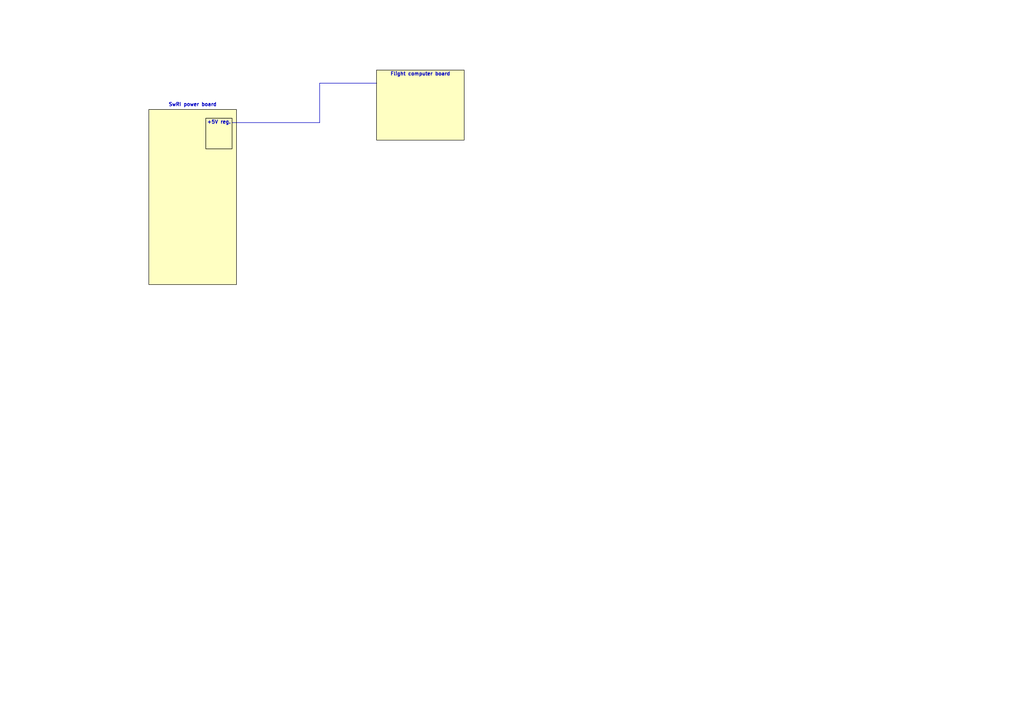
<source format=kicad_sch>
(kicad_sch
	(version 20250114)
	(generator "eeschema")
	(generator_version "9.0")
	(uuid "367d8385-dc2c-4149-af5b-db5693eafd0a")
	(paper "A4")
	(lib_symbols)
	(rectangle
		(start 59.69 34.29)
		(end 67.31 43.18)
		(stroke
			(width 0)
			(type solid)
			(color 0 0 0 1)
		)
		(fill
			(type color)
			(color 255 255 194 1)
		)
		(uuid 36ff01ec-d03b-45bc-b481-40520a37c268)
	)
	(rectangle
		(start 109.22 20.32)
		(end 134.62 40.64)
		(stroke
			(width 0)
			(type solid)
			(color 0 0 0 1)
		)
		(fill
			(type color)
			(color 255 255 194 1)
		)
		(uuid 8b6ed312-fff6-4916-b359-31dd31d0fc2e)
	)
	(rectangle
		(start 43.18 31.75)
		(end 68.58 82.55)
		(stroke
			(width 0)
			(type solid)
			(color 0 0 0 1)
		)
		(fill
			(type color)
			(color 255 255 194 1)
		)
		(uuid a13e2694-cdf5-4fb0-a037-6ed40bde02ee)
	)
	(text "Flight computer board"
		(exclude_from_sim no)
		(at 121.92 21.59 0)
		(effects
			(font
				(size 1.016 1.016)
				(thickness 0.2032)
				(bold yes)
			)
		)
		(uuid "488f9559-d727-4d6a-b1e8-229c9c6591bb")
	)
	(text "+5V reg."
		(exclude_from_sim no)
		(at 63.5 35.56 0)
		(effects
			(font
				(size 1.016 1.016)
				(thickness 0.2032)
				(bold yes)
			)
		)
		(uuid "72e021d4-b371-403e-ac26-14ee6a6f7fa2")
	)
	(text "SwRI power board"
		(exclude_from_sim no)
		(at 55.88 30.48 0)
		(effects
			(font
				(size 1.016 1.016)
				(thickness 0.2032)
				(bold yes)
			)
		)
		(uuid "fe778896-73b4-407b-8ff2-9f3e7f602013")
	)
	(polyline
		(pts
			(xy 92.71 24.13) (xy 109.22 24.13)
		)
		(stroke
			(width 0)
			(type default)
		)
		(uuid "32fd4aa8-1d25-48b9-b725-59fd13d4d12d")
	)
	(polyline
		(pts
			(xy 67.31 35.56) (xy 92.71 35.56)
		)
		(stroke
			(width 0)
			(type default)
		)
		(uuid "4b40ebea-4955-4a28-bec6-51b1dfc56585")
	)
	(polyline
		(pts
			(xy 92.71 35.56) (xy 92.71 24.13)
		)
		(stroke
			(width 0)
			(type default)
		)
		(uuid "89007e6d-3847-402b-ae12-1e2b5841f267")
	)
	(sheet_instances
		(path "/"
			(page "1")
		)
	)
	(embedded_fonts no)
)

</source>
